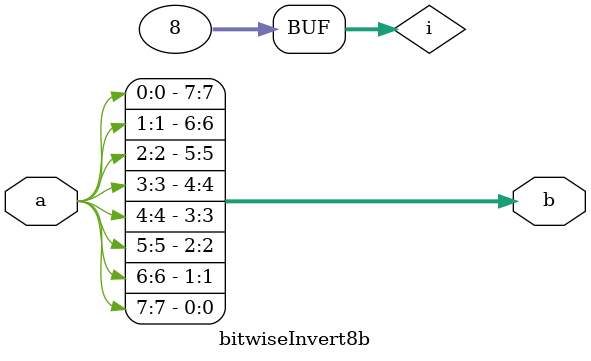
<source format=v>
`timescale 1ns / 1ps
module bitwiseInvert8b(a, b);
input [7:0] a;
output reg [7:0] b;
integer i;

always @(a)
for(i = 0; i<8; i = i+1)
b[i] = a[7-i];
endmodule

</source>
